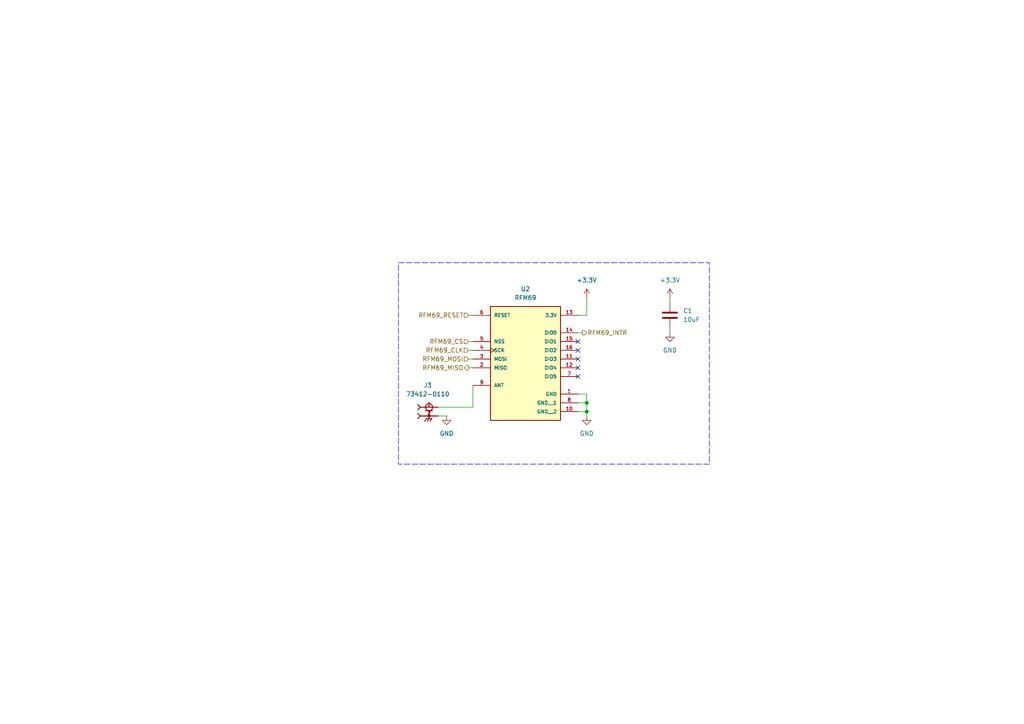
<source format=kicad_sch>
(kicad_sch (version 20231120) (generator "eeschema") (generator_version "8.0")
  (paper "A4")
  (lib_symbols
    (symbol "Device:C" (pin_numbers hide) (pin_names (offset 0.254))
      (property "Reference" "C" (at 0.635 2.54 0))
      (property "Value" "C" (at 0.635 -2.54 0))
      (symbol "C_0_1"
        (polyline (pts (xy -2.032 -0.762) (xy 2.032 -0.762)) (stroke (width 0.508)))
        (polyline (pts (xy -2.032 0.762) (xy 2.032 0.762)) (stroke (width 0.508)))
      )
      (symbol "C_1_1"
        (pin passive line (at 0 3.81 270) (length 2.794) (name "~") (number "1"))
        (pin passive line (at 0 -3.81 90) (length 2.794) (name "~") (number "2"))
      )
    )
    (symbol "Weather_Sensors:73412-0110" (pin_names (offset 1.016))
      (property "Reference" "J" (at -3.81 4.064 0))
      (property "Value" "73412-0110" (at -4.064 -4.318 0))
      (symbol "73412-0110_0_0"
        (polyline (pts (xy -3.302 -0.762) (xy -2.54 0)) (stroke (width 0.254)))
        (polyline (pts (xy -3.302 0.762) (xy -2.54 0)) (stroke (width 0.254)))
        (polyline (pts (xy -3.302 1.778) (xy -2.54 2.54)) (stroke (width 0.254)))
        (polyline (pts (xy -3.302 3.302) (xy -2.54 2.54)) (stroke (width 0.254)))
        (polyline (pts (xy -2.54 0) (xy 0 0)) (stroke (width 0.254)))
        (polyline (pts (xy -2.54 2.54) (xy 2.54 2.54)) (stroke (width 0.254)))
        (polyline (pts (xy -1.016 1.524) (xy 0 1.524)) (stroke (width 0.254)))
        (polyline (pts (xy -0.762 -0.762) (xy -1.27 -1.524)) (stroke (width 0.254)))
        (polyline (pts (xy 0 -0.762) (xy -0.762 -0.762)) (stroke (width 0.254)))
        (polyline (pts (xy 0 -0.762) (xy -0.508 -1.524)) (stroke (width 0.254)))
        (polyline (pts (xy 0 -0.762) (xy 0.762 -0.762)) (stroke (width 0.254)))
        (polyline (pts (xy 0 0) (xy -2.286 0)) (stroke (width 0.254)))
        (polyline (pts (xy 0 0) (xy 0 -0.762)) (stroke (width 0.254)))
        (polyline (pts (xy 0 1.524) (xy 0 0)) (stroke (width 0.254)))
        (polyline (pts (xy 0 1.524) (xy 1.016 1.524)) (stroke (width 0.254)))
        (polyline (pts (xy 0.762 -0.762) (xy 0.254 -1.524)) (stroke (width 0.254)))
        (polyline (pts (xy 2.54 0) (xy 0 0)) (stroke (width 0.254)))
        (circle (center 0 0) (radius 0.254) (stroke (width 0.254)))
        (circle (center 0 2.54) (radius 1.016) (stroke (width 0.254)))
        (pin passive line (at 2.54 2.54 180) (length 5.08) (name "~") (number "1"))
        (pin power_in line (at 2.54 0 180) (length 5.08) (name "~") (number "2"))
      )
    )
    (symbol "Weather_Sensors:RFM69" (pin_names (offset 1.016))
      (property "Reference" "U" (at -10.9497 13.2415 0))
      (property "Value" "RFM69" (at -10.4265 -22.1185 0))
      (symbol "RFM69_0_0"
        (rectangle (start -10.16 12.7) (end 10.16 -20.32) (stroke (width 0.254)) (fill (type background)))
        (pin power_in line (at 15.24 -12.7 180) (length 5.08) (name "GND") (number "1"))
        (pin power_in line (at 15.24 -17.78 180) (length 5.08) (name "GND__2") (number "10"))
        (pin bidirectional line (at 15.24 -2.54 180) (length 5.08) (name "DIO3") (number "11"))
        (pin bidirectional line (at 15.24 -5.08 180) (length 5.08) (name "DIO4") (number "12"))
        (pin power_in line (at 15.24 10.16 180) (length 5.08) (name "3.3V") (number "13"))
        (pin bidirectional line (at 15.24 5.08 180) (length 5.08) (name "DIO0") (number "14"))
        (pin bidirectional line (at 15.24 2.54 180) (length 5.08) (name "DIO1") (number "15"))
        (pin bidirectional line (at 15.24 0 180) (length 5.08) (name "DIO2") (number "16"))
        (pin input line (at -15.24 -5.08 0) (length 5.08) (name "MISO") (number "2"))
        (pin output line (at -15.24 -2.54 0) (length 5.08) (name "MOSI") (number "3"))
        (pin input clock (at -15.24 0 0) (length 5.08) (name "SCK") (number "4"))
        (pin input line (at -15.24 2.54 0) (length 5.08) (name "NSS") (number "5"))
        (pin bidirectional line (at -15.24 10.16 0) (length 5.08) (name "RESET") (number "6"))
        (pin bidirectional line (at 15.24 -7.62 180) (length 5.08) (name "DIO5") (number "7"))
        (pin power_in line (at 15.24 -15.24 180) (length 5.08) (name "GND__1") (number "8"))
        (pin bidirectional line (at -15.24 -10.16 0) (length 5.08) (name "ANT") (number "9"))
      )
    )
    (symbol "power:+3.3V" (power) (pin_numbers hide) (pin_names (offset 0) hide)
      (property "Value" "+3.3V" (at 0 3.556 0))
      (symbol "+3.3V_0_1"
        (polyline (pts (xy -0.762 1.27) (xy 0 2.54)))
        (polyline (pts (xy 0 0) (xy 0 2.54)))
        (polyline (pts (xy 0 2.54) (xy 0.762 1.27)))
      )
      (symbol "+3.3V_1_1"
        (pin power_in line (at 0 0 90) (length 0) (name "~") (number "1"))
      )
    )
    (symbol "power:GND" (power) (pin_numbers hide) (pin_names (offset 0) hide)
      (property "Value" "GND" (at 0 -3.81 0))
      (symbol "GND_0_1"
        (polyline (pts (xy 0 0) (xy 0 -1.27) (xy 1.27 -1.27) (xy 0 -2.54) (xy -1.27 -1.27) (xy 0 -1.27)))
      )
      (symbol "GND_1_1"
        (pin power_in line (at 0 0 270) (length 0) (name "~") (number "1"))
      )
    )
  )
  (junction (at 170.18 116.84))
  (junction (at 170.18 119.38))
  (no_connect (at 167.64 109.22))
  (no_connect (at 167.64 99.06))
  (no_connect (at 167.64 106.68))
  (no_connect (at 167.64 104.14))
  (no_connect (at 167.64 101.6))
  (wire (pts (xy 194.31 95.25) (xy 194.31 96.52)))
  (wire (pts (xy 194.31 86.36) (xy 194.31 87.63)))
  (wire (pts (xy 135.89 106.68) (xy 137.16 106.68)))
  (wire (pts (xy 137.16 118.11) (xy 127 118.11)))
  (wire (pts (xy 167.64 91.44) (xy 170.18 91.44)))
  (wire (pts (xy 135.89 91.44) (xy 137.16 91.44)))
  (wire (pts (xy 167.64 116.84) (xy 170.18 116.84)))
  (wire (pts (xy 167.64 114.3) (xy 170.18 114.3)))
  (wire (pts (xy 170.18 116.84) (xy 170.18 119.38)))
  (wire (pts (xy 167.64 119.38) (xy 170.18 119.38)))
  (wire (pts (xy 170.18 114.3) (xy 170.18 116.84)))
  (wire (pts (xy 170.18 91.44) (xy 170.18 86.36)))
  (wire (pts (xy 167.64 96.52) (xy 168.91 96.52)))
  (wire (pts (xy 137.16 111.76) (xy 137.16 118.11)))
  (wire (pts (xy 135.89 99.06) (xy 137.16 99.06)))
  (wire (pts (xy 135.89 104.14) (xy 137.16 104.14)))
  (wire (pts (xy 127 120.65) (xy 129.54 120.65)))
  (wire (pts (xy 170.18 119.38) (xy 170.18 120.65)))
  (wire (pts (xy 135.89 101.6) (xy 137.16 101.6)))
  (rectangle (start 115.57 76.2) (end 205.74 134.62) (stroke (width 0) (type dash)))
  (hierarchical_label "RFM69_RESET" (shape input) (at 135.89 91.44 180))
  (hierarchical_label "RFM69_MOSI" (shape input) (at 135.89 104.14 180))
  (hierarchical_label "RFM69_MISO" (shape output) (at 135.89 106.68 180))
  (hierarchical_label "RFM69_CLK" (shape input) (at 135.89 101.6 180))
  (hierarchical_label "RFM69_CS" (shape input) (at 135.89 99.06 180))
  (hierarchical_label "RFM69_INTR" (shape output) (at 168.91 96.52 0))
  (symbol (lib_id "power:+3.3V") (at 194.31 86.36 0) (unit 1)
    (property "Reference" "#PWR014" (effects (hide yes)))
    (property "Value" "+3.3V" (at 194.31 81.28 0))
    (property "Description" "Power symbol creates a global label with name \"+3.3V\"" (effects (hide yes)))
  )
  (symbol (lib_id "power:GND") (at 194.31 96.52 0) (unit 1)
    (property "Reference" "#PWR015" (effects (hide yes)))
    (property "Value" "GND" (at 194.31 101.6 0))
    (property "Description" "Power symbol creates a global label with name \"GND\" , ground" (effects (hide yes)))
  )
  (symbol (lib_id "power:+3.3V") (at 170.18 86.36 0) (unit 1)
    (property "Reference" "#PWR012" (effects (hide yes)))
    (property "Value" "+3.3V" (at 170.18 81.28 0))
    (property "Description" "Power symbol creates a global label with name \"+3.3V\"" (effects (hide yes)))
  )
  (symbol (lib_id "Weather_Sensors:73412-0110") (at 124.46 120.65 0) (unit 1)
    (property "Reference" "J3" (at 124.079 111.76 0))
    (property "Value" "73412-0110" (at 124.079 114.3 0))
    (property "Footprint" "WeatherStation:Antenna" (effects (hide yes)))
    (property "PARTREV" "D" (effects (hide yes)))
    (property "STANDARD" "Manufacturer Recommendations" (effects (hide yes)))
    (property "MAXIMUM_PACKAGE_HEIGHT" "1.31 mm" (effects (hide yes)))
    (property "MANUFACTURER" "Molex" (effects (hide yes)))
  )
  (symbol (lib_id "power:GND") (at 170.18 120.65 0) (unit 1)
    (property "Reference" "#PWR013" (effects (hide yes)))
    (property "Value" "GND" (at 170.18 125.73 0))
    (property "Description" "Power symbol creates a global label with name \"GND\" , ground" (effects (hide yes)))
  )
  (symbol (lib_id "Device:C") (at 194.31 91.44 0) (unit 1)
    (property "Reference" "C1" (at 198.12 90.1699 0) (effects (justify left)))
    (property "Value" "10uF" (at 198.12 92.7099 0) (effects (justify left)))
    (property "Footprint" "Capacitor_SMD:C_0805_2012Metric_Pad1.18x1.45mm_HandSolder" (effects (hide yes)))
    (property "Description" "Unpolarized capacitor" (effects (hide yes)))
  )
  (symbol (lib_id "Weather_Sensors:RFM69") (at 152.4 101.6 0) (unit 1)
    (property "Reference" "U2" (at 152.4 83.82 0))
    (property "Value" "RFM69" (at 152.4 86.36 0))
    (property "Footprint" "WeatherStation:RFM69" (effects (hide yes)))
    (property "MANUFACTURER" "SparkFun Electronics" (effects (hide yes)))
  )
  (symbol (lib_id "power:GND") (at 129.54 120.65 0) (unit 1)
    (property "Reference" "#PWR011" (effects (hide yes)))
    (property "Value" "GND" (at 129.54 125.73 0))
    (property "Description" "Power symbol creates a global label with name \"GND\" , ground" (effects (hide yes)))
  )
)
</source>
